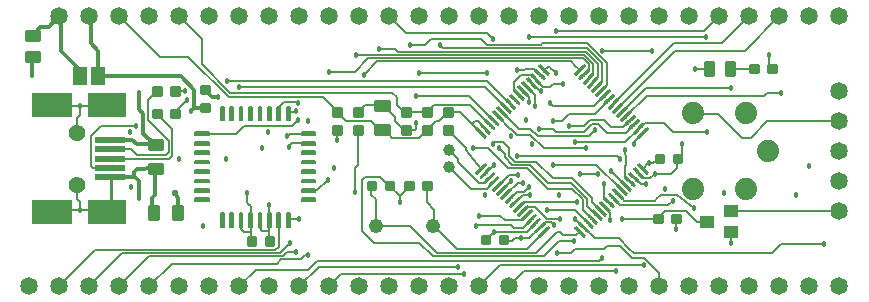
<source format=gtl>
G75*
%MOIN*%
%OFA0B0*%
%FSLAX24Y24*%
%IPPOS*%
%LPD*%
%AMOC8*
5,1,8,0,0,1.08239X$1,22.5*
%
%ADD10C,0.0059*%
%ADD11C,0.0063*%
%ADD12C,0.0480*%
%ADD13C,0.0390*%
%ADD14C,0.0088*%
%ADD15C,0.0100*%
%ADD16R,0.1000X0.0200*%
%ADD17R,0.1378X0.0787*%
%ADD18R,0.1260X0.0787*%
%ADD19C,0.0561*%
%ADD20C,0.0585*%
%ADD21R,0.0450X0.0400*%
%ADD22C,0.0740*%
%ADD23R,0.0460X0.0630*%
%ADD24C,0.0050*%
%ADD25C,0.0180*%
%ADD26C,0.0080*%
%ADD27C,0.0120*%
%ADD28C,0.0210*%
D10*
X017264Y005485D02*
X017292Y005457D01*
X017000Y005165D01*
X016972Y005193D01*
X017264Y005485D01*
X017058Y005223D02*
X017002Y005223D01*
X017060Y005281D02*
X017116Y005281D01*
X017118Y005339D02*
X017174Y005339D01*
X017176Y005397D02*
X017232Y005397D01*
X017234Y005455D02*
X017290Y005455D01*
X017405Y005343D02*
X017433Y005315D01*
X017141Y005023D01*
X017113Y005051D01*
X017405Y005343D01*
X017199Y005081D02*
X017143Y005081D01*
X017201Y005139D02*
X017257Y005139D01*
X017259Y005197D02*
X017315Y005197D01*
X017317Y005255D02*
X017373Y005255D01*
X017375Y005313D02*
X017431Y005313D01*
X017547Y005202D02*
X017575Y005174D01*
X017283Y004882D01*
X017255Y004910D01*
X017547Y005202D01*
X017341Y004940D02*
X017285Y004940D01*
X017343Y004998D02*
X017399Y004998D01*
X017401Y005056D02*
X017457Y005056D01*
X017459Y005114D02*
X017515Y005114D01*
X017517Y005172D02*
X017573Y005172D01*
X017681Y005068D02*
X017709Y005040D01*
X017417Y004748D01*
X017389Y004776D01*
X017681Y005068D01*
X017475Y004806D02*
X017419Y004806D01*
X017477Y004864D02*
X017533Y004864D01*
X017535Y004922D02*
X017591Y004922D01*
X017593Y004980D02*
X017649Y004980D01*
X017651Y005038D02*
X017707Y005038D01*
X017822Y004926D02*
X017850Y004898D01*
X017558Y004606D01*
X017530Y004634D01*
X017822Y004926D01*
X017616Y004664D02*
X017560Y004664D01*
X017618Y004722D02*
X017674Y004722D01*
X017676Y004780D02*
X017732Y004780D01*
X017734Y004838D02*
X017790Y004838D01*
X017792Y004896D02*
X017848Y004896D01*
X017964Y004785D02*
X017992Y004757D01*
X017700Y004465D01*
X017672Y004493D01*
X017964Y004785D01*
X017758Y004523D02*
X017702Y004523D01*
X017760Y004581D02*
X017816Y004581D01*
X017818Y004639D02*
X017874Y004639D01*
X017876Y004697D02*
X017932Y004697D01*
X017934Y004755D02*
X017990Y004755D01*
X018098Y004650D02*
X018126Y004622D01*
X017834Y004330D01*
X017806Y004358D01*
X018098Y004650D01*
X017892Y004388D02*
X017836Y004388D01*
X017894Y004446D02*
X017950Y004446D01*
X017952Y004504D02*
X018008Y004504D01*
X018010Y004562D02*
X018066Y004562D01*
X018068Y004620D02*
X018124Y004620D01*
X018240Y004509D02*
X018268Y004481D01*
X017976Y004189D01*
X017948Y004217D01*
X018240Y004509D01*
X018034Y004247D02*
X017978Y004247D01*
X018036Y004305D02*
X018092Y004305D01*
X018094Y004363D02*
X018150Y004363D01*
X018152Y004421D02*
X018208Y004421D01*
X018210Y004479D02*
X018266Y004479D01*
X018381Y004368D02*
X018409Y004340D01*
X018117Y004048D01*
X018089Y004076D01*
X018381Y004368D01*
X018175Y004106D02*
X018119Y004106D01*
X018177Y004164D02*
X018233Y004164D01*
X018235Y004222D02*
X018291Y004222D01*
X018293Y004280D02*
X018349Y004280D01*
X018351Y004338D02*
X018407Y004338D01*
X018522Y004226D02*
X018550Y004198D01*
X018258Y003906D01*
X018230Y003934D01*
X018522Y004226D01*
X018316Y003964D02*
X018260Y003964D01*
X018318Y004022D02*
X018374Y004022D01*
X018376Y004080D02*
X018432Y004080D01*
X018434Y004138D02*
X018490Y004138D01*
X018492Y004196D02*
X018548Y004196D01*
X018657Y004092D02*
X018685Y004064D01*
X018393Y003772D01*
X018365Y003800D01*
X018657Y004092D01*
X018451Y003830D02*
X018395Y003830D01*
X018453Y003888D02*
X018509Y003888D01*
X018511Y003946D02*
X018567Y003946D01*
X018569Y004004D02*
X018625Y004004D01*
X018627Y004062D02*
X018683Y004062D01*
X018798Y003950D02*
X018826Y003922D01*
X018534Y003630D01*
X018506Y003658D01*
X018798Y003950D01*
X018592Y003688D02*
X018536Y003688D01*
X018594Y003746D02*
X018650Y003746D01*
X018652Y003804D02*
X018708Y003804D01*
X018710Y003862D02*
X018766Y003862D01*
X018768Y003920D02*
X018824Y003920D01*
X018940Y003809D02*
X018968Y003781D01*
X018676Y003489D01*
X018648Y003517D01*
X018940Y003809D01*
X018734Y003547D02*
X018678Y003547D01*
X018736Y003605D02*
X018792Y003605D01*
X018794Y003663D02*
X018850Y003663D01*
X018852Y003721D02*
X018908Y003721D01*
X018910Y003779D02*
X018966Y003779D01*
X019074Y003675D02*
X019102Y003647D01*
X018810Y003355D01*
X018782Y003383D01*
X019074Y003675D01*
X018868Y003413D02*
X018812Y003413D01*
X018870Y003471D02*
X018926Y003471D01*
X018928Y003529D02*
X018984Y003529D01*
X018986Y003587D02*
X019042Y003587D01*
X019044Y003645D02*
X019100Y003645D01*
X019215Y003533D02*
X019243Y003505D01*
X018951Y003213D01*
X018923Y003241D01*
X019215Y003533D01*
X019009Y003271D02*
X018953Y003271D01*
X019011Y003329D02*
X019067Y003329D01*
X019069Y003387D02*
X019125Y003387D01*
X019127Y003445D02*
X019183Y003445D01*
X019185Y003503D02*
X019241Y003503D01*
X019357Y003392D02*
X019385Y003364D01*
X019093Y003072D01*
X019065Y003100D01*
X019357Y003392D01*
X019151Y003130D02*
X019095Y003130D01*
X019153Y003188D02*
X019209Y003188D01*
X019211Y003246D02*
X019267Y003246D01*
X019269Y003304D02*
X019325Y003304D01*
X019327Y003362D02*
X019383Y003362D01*
X020265Y003364D02*
X020293Y003392D01*
X020585Y003100D01*
X020557Y003072D01*
X020265Y003364D01*
X020499Y003130D02*
X020555Y003130D01*
X020497Y003188D02*
X020441Y003188D01*
X020439Y003246D02*
X020383Y003246D01*
X020381Y003304D02*
X020325Y003304D01*
X020323Y003362D02*
X020267Y003362D01*
X020407Y003505D02*
X020435Y003533D01*
X020727Y003241D01*
X020699Y003213D01*
X020407Y003505D01*
X020641Y003271D02*
X020697Y003271D01*
X020639Y003329D02*
X020583Y003329D01*
X020581Y003387D02*
X020525Y003387D01*
X020523Y003445D02*
X020467Y003445D01*
X020465Y003503D02*
X020409Y003503D01*
X020548Y003647D02*
X020576Y003675D01*
X020868Y003383D01*
X020840Y003355D01*
X020548Y003647D01*
X020782Y003413D02*
X020838Y003413D01*
X020780Y003471D02*
X020724Y003471D01*
X020722Y003529D02*
X020666Y003529D01*
X020664Y003587D02*
X020608Y003587D01*
X020606Y003645D02*
X020550Y003645D01*
X020682Y003781D02*
X020710Y003809D01*
X021002Y003517D01*
X020974Y003489D01*
X020682Y003781D01*
X020916Y003547D02*
X020972Y003547D01*
X020914Y003605D02*
X020858Y003605D01*
X020856Y003663D02*
X020800Y003663D01*
X020798Y003721D02*
X020742Y003721D01*
X020740Y003779D02*
X020684Y003779D01*
X020824Y003922D02*
X020852Y003950D01*
X021144Y003658D01*
X021116Y003630D01*
X020824Y003922D01*
X021058Y003688D02*
X021114Y003688D01*
X021056Y003746D02*
X021000Y003746D01*
X020998Y003804D02*
X020942Y003804D01*
X020940Y003862D02*
X020884Y003862D01*
X020882Y003920D02*
X020826Y003920D01*
X020965Y004064D02*
X020993Y004092D01*
X021285Y003800D01*
X021257Y003772D01*
X020965Y004064D01*
X021199Y003830D02*
X021255Y003830D01*
X021197Y003888D02*
X021141Y003888D01*
X021139Y003946D02*
X021083Y003946D01*
X021081Y004004D02*
X021025Y004004D01*
X021023Y004062D02*
X020967Y004062D01*
X021100Y004198D02*
X021128Y004226D01*
X021420Y003934D01*
X021392Y003906D01*
X021100Y004198D01*
X021334Y003964D02*
X021390Y003964D01*
X021332Y004022D02*
X021276Y004022D01*
X021274Y004080D02*
X021218Y004080D01*
X021216Y004138D02*
X021160Y004138D01*
X021158Y004196D02*
X021102Y004196D01*
X021241Y004340D02*
X021269Y004368D01*
X021561Y004076D01*
X021533Y004048D01*
X021241Y004340D01*
X021475Y004106D02*
X021531Y004106D01*
X021473Y004164D02*
X021417Y004164D01*
X021415Y004222D02*
X021359Y004222D01*
X021357Y004280D02*
X021301Y004280D01*
X021299Y004338D02*
X021243Y004338D01*
X021382Y004481D02*
X021410Y004509D01*
X021702Y004217D01*
X021674Y004189D01*
X021382Y004481D01*
X021616Y004247D02*
X021672Y004247D01*
X021614Y004305D02*
X021558Y004305D01*
X021556Y004363D02*
X021500Y004363D01*
X021498Y004421D02*
X021442Y004421D01*
X021440Y004479D02*
X021384Y004479D01*
X021524Y004622D02*
X021552Y004650D01*
X021844Y004358D01*
X021816Y004330D01*
X021524Y004622D01*
X021758Y004388D02*
X021814Y004388D01*
X021756Y004446D02*
X021700Y004446D01*
X021698Y004504D02*
X021642Y004504D01*
X021640Y004562D02*
X021584Y004562D01*
X021582Y004620D02*
X021526Y004620D01*
X021658Y004757D02*
X021686Y004785D01*
X021978Y004493D01*
X021950Y004465D01*
X021658Y004757D01*
X021892Y004523D02*
X021948Y004523D01*
X021890Y004581D02*
X021834Y004581D01*
X021832Y004639D02*
X021776Y004639D01*
X021774Y004697D02*
X021718Y004697D01*
X021716Y004755D02*
X021660Y004755D01*
X021800Y004898D02*
X021828Y004926D01*
X022120Y004634D01*
X022092Y004606D01*
X021800Y004898D01*
X022034Y004664D02*
X022090Y004664D01*
X022032Y004722D02*
X021976Y004722D01*
X021974Y004780D02*
X021918Y004780D01*
X021916Y004838D02*
X021860Y004838D01*
X021858Y004896D02*
X021802Y004896D01*
X021941Y005040D02*
X021969Y005068D01*
X022261Y004776D01*
X022233Y004748D01*
X021941Y005040D01*
X022175Y004806D02*
X022231Y004806D01*
X022173Y004864D02*
X022117Y004864D01*
X022115Y004922D02*
X022059Y004922D01*
X022057Y004980D02*
X022001Y004980D01*
X021999Y005038D02*
X021943Y005038D01*
X022075Y005174D02*
X022103Y005202D01*
X022395Y004910D01*
X022367Y004882D01*
X022075Y005174D01*
X022309Y004940D02*
X022365Y004940D01*
X022307Y004998D02*
X022251Y004998D01*
X022249Y005056D02*
X022193Y005056D01*
X022191Y005114D02*
X022135Y005114D01*
X022133Y005172D02*
X022077Y005172D01*
X022217Y005315D02*
X022245Y005343D01*
X022537Y005051D01*
X022509Y005023D01*
X022217Y005315D01*
X022451Y005081D02*
X022507Y005081D01*
X022449Y005139D02*
X022393Y005139D01*
X022391Y005197D02*
X022335Y005197D01*
X022333Y005255D02*
X022277Y005255D01*
X022275Y005313D02*
X022219Y005313D01*
X022358Y005457D02*
X022386Y005485D01*
X022678Y005193D01*
X022650Y005165D01*
X022358Y005457D01*
X022592Y005223D02*
X022648Y005223D01*
X022590Y005281D02*
X022534Y005281D01*
X022532Y005339D02*
X022476Y005339D01*
X022474Y005397D02*
X022418Y005397D01*
X022416Y005455D02*
X022360Y005455D01*
X022678Y006657D02*
X022650Y006685D01*
X022678Y006657D02*
X022386Y006365D01*
X022358Y006393D01*
X022650Y006685D01*
X022444Y006423D02*
X022388Y006423D01*
X022446Y006481D02*
X022502Y006481D01*
X022504Y006539D02*
X022560Y006539D01*
X022562Y006597D02*
X022618Y006597D01*
X022620Y006655D02*
X022676Y006655D01*
X022537Y006799D02*
X022509Y006827D01*
X022537Y006799D02*
X022245Y006507D01*
X022217Y006535D01*
X022509Y006827D01*
X022303Y006565D02*
X022247Y006565D01*
X022305Y006623D02*
X022361Y006623D01*
X022363Y006681D02*
X022419Y006681D01*
X022421Y006739D02*
X022477Y006739D01*
X022479Y006797D02*
X022535Y006797D01*
X022395Y006940D02*
X022367Y006968D01*
X022395Y006940D02*
X022103Y006648D01*
X022075Y006676D01*
X022367Y006968D01*
X022161Y006706D02*
X022105Y006706D01*
X022163Y006764D02*
X022219Y006764D01*
X022221Y006822D02*
X022277Y006822D01*
X022279Y006880D02*
X022335Y006880D01*
X022337Y006938D02*
X022393Y006938D01*
X022261Y007074D02*
X022233Y007102D01*
X022261Y007074D02*
X021969Y006782D01*
X021941Y006810D01*
X022233Y007102D01*
X022027Y006840D02*
X021971Y006840D01*
X022029Y006898D02*
X022085Y006898D01*
X022087Y006956D02*
X022143Y006956D01*
X022145Y007014D02*
X022201Y007014D01*
X022203Y007072D02*
X022259Y007072D01*
X022120Y007216D02*
X022092Y007244D01*
X022120Y007216D02*
X021828Y006924D01*
X021800Y006952D01*
X022092Y007244D01*
X021886Y006982D02*
X021830Y006982D01*
X021888Y007040D02*
X021944Y007040D01*
X021946Y007098D02*
X022002Y007098D01*
X022004Y007156D02*
X022060Y007156D01*
X022062Y007214D02*
X022118Y007214D01*
X021978Y007357D02*
X021950Y007385D01*
X021978Y007357D02*
X021686Y007065D01*
X021658Y007093D01*
X021950Y007385D01*
X021744Y007123D02*
X021688Y007123D01*
X021746Y007181D02*
X021802Y007181D01*
X021804Y007239D02*
X021860Y007239D01*
X021862Y007297D02*
X021918Y007297D01*
X021920Y007355D02*
X021976Y007355D01*
X021844Y007492D02*
X021816Y007520D01*
X021844Y007492D02*
X021552Y007200D01*
X021524Y007228D01*
X021816Y007520D01*
X021610Y007258D02*
X021554Y007258D01*
X021612Y007316D02*
X021668Y007316D01*
X021670Y007374D02*
X021726Y007374D01*
X021728Y007432D02*
X021784Y007432D01*
X021786Y007490D02*
X021842Y007490D01*
X021702Y007633D02*
X021674Y007661D01*
X021702Y007633D02*
X021410Y007341D01*
X021382Y007369D01*
X021674Y007661D01*
X021468Y007399D02*
X021412Y007399D01*
X021470Y007457D02*
X021526Y007457D01*
X021528Y007515D02*
X021584Y007515D01*
X021586Y007573D02*
X021642Y007573D01*
X021644Y007631D02*
X021700Y007631D01*
X021561Y007774D02*
X021533Y007802D01*
X021561Y007774D02*
X021269Y007482D01*
X021241Y007510D01*
X021533Y007802D01*
X021327Y007540D02*
X021271Y007540D01*
X021329Y007598D02*
X021385Y007598D01*
X021387Y007656D02*
X021443Y007656D01*
X021445Y007714D02*
X021501Y007714D01*
X021503Y007772D02*
X021559Y007772D01*
X021420Y007916D02*
X021392Y007944D01*
X021420Y007916D02*
X021128Y007624D01*
X021100Y007652D01*
X021392Y007944D01*
X021186Y007682D02*
X021130Y007682D01*
X021188Y007740D02*
X021244Y007740D01*
X021246Y007798D02*
X021302Y007798D01*
X021304Y007856D02*
X021360Y007856D01*
X021362Y007914D02*
X021418Y007914D01*
X021285Y008050D02*
X021257Y008078D01*
X021285Y008050D02*
X020993Y007758D01*
X020965Y007786D01*
X021257Y008078D01*
X021051Y007816D02*
X020995Y007816D01*
X021053Y007874D02*
X021109Y007874D01*
X021111Y007932D02*
X021167Y007932D01*
X021169Y007990D02*
X021225Y007990D01*
X021227Y008048D02*
X021283Y008048D01*
X021144Y008192D02*
X021116Y008220D01*
X021144Y008192D02*
X020852Y007900D01*
X020824Y007928D01*
X021116Y008220D01*
X020910Y007958D02*
X020854Y007958D01*
X020912Y008016D02*
X020968Y008016D01*
X020970Y008074D02*
X021026Y008074D01*
X021028Y008132D02*
X021084Y008132D01*
X021086Y008190D02*
X021142Y008190D01*
X021002Y008333D02*
X020974Y008361D01*
X021002Y008333D02*
X020710Y008041D01*
X020682Y008069D01*
X020974Y008361D01*
X020768Y008099D02*
X020712Y008099D01*
X020770Y008157D02*
X020826Y008157D01*
X020828Y008215D02*
X020884Y008215D01*
X020886Y008273D02*
X020942Y008273D01*
X020944Y008331D02*
X021000Y008331D01*
X020868Y008467D02*
X020840Y008495D01*
X020868Y008467D02*
X020576Y008175D01*
X020548Y008203D01*
X020840Y008495D01*
X020634Y008233D02*
X020578Y008233D01*
X020636Y008291D02*
X020692Y008291D01*
X020694Y008349D02*
X020750Y008349D01*
X020752Y008407D02*
X020808Y008407D01*
X020810Y008465D02*
X020866Y008465D01*
X020727Y008609D02*
X020699Y008637D01*
X020727Y008609D02*
X020435Y008317D01*
X020407Y008345D01*
X020699Y008637D01*
X020493Y008375D02*
X020437Y008375D01*
X020495Y008433D02*
X020551Y008433D01*
X020553Y008491D02*
X020609Y008491D01*
X020611Y008549D02*
X020667Y008549D01*
X020669Y008607D02*
X020725Y008607D01*
X020585Y008750D02*
X020557Y008778D01*
X020585Y008750D02*
X020293Y008458D01*
X020265Y008486D01*
X020557Y008778D01*
X020351Y008516D02*
X020295Y008516D01*
X020353Y008574D02*
X020409Y008574D01*
X020411Y008632D02*
X020467Y008632D01*
X020469Y008690D02*
X020525Y008690D01*
X020527Y008748D02*
X020583Y008748D01*
X019093Y008778D02*
X019065Y008750D01*
X019093Y008778D02*
X019385Y008486D01*
X019357Y008458D01*
X019065Y008750D01*
X019299Y008516D02*
X019355Y008516D01*
X019297Y008574D02*
X019241Y008574D01*
X019239Y008632D02*
X019183Y008632D01*
X019181Y008690D02*
X019125Y008690D01*
X019123Y008748D02*
X019067Y008748D01*
X018951Y008637D02*
X018923Y008609D01*
X018951Y008637D02*
X019243Y008345D01*
X019215Y008317D01*
X018923Y008609D01*
X019157Y008375D02*
X019213Y008375D01*
X019155Y008433D02*
X019099Y008433D01*
X019097Y008491D02*
X019041Y008491D01*
X019039Y008549D02*
X018983Y008549D01*
X018981Y008607D02*
X018925Y008607D01*
X018810Y008495D02*
X018782Y008467D01*
X018810Y008495D02*
X019102Y008203D01*
X019074Y008175D01*
X018782Y008467D01*
X019016Y008233D02*
X019072Y008233D01*
X019014Y008291D02*
X018958Y008291D01*
X018956Y008349D02*
X018900Y008349D01*
X018898Y008407D02*
X018842Y008407D01*
X018840Y008465D02*
X018784Y008465D01*
X018676Y008361D02*
X018648Y008333D01*
X018676Y008361D02*
X018968Y008069D01*
X018940Y008041D01*
X018648Y008333D01*
X018882Y008099D02*
X018938Y008099D01*
X018880Y008157D02*
X018824Y008157D01*
X018822Y008215D02*
X018766Y008215D01*
X018764Y008273D02*
X018708Y008273D01*
X018706Y008331D02*
X018650Y008331D01*
X018534Y008220D02*
X018506Y008192D01*
X018534Y008220D02*
X018826Y007928D01*
X018798Y007900D01*
X018506Y008192D01*
X018740Y007958D02*
X018796Y007958D01*
X018738Y008016D02*
X018682Y008016D01*
X018680Y008074D02*
X018624Y008074D01*
X018622Y008132D02*
X018566Y008132D01*
X018564Y008190D02*
X018508Y008190D01*
X018393Y008078D02*
X018365Y008050D01*
X018393Y008078D02*
X018685Y007786D01*
X018657Y007758D01*
X018365Y008050D01*
X018599Y007816D02*
X018655Y007816D01*
X018597Y007874D02*
X018541Y007874D01*
X018539Y007932D02*
X018483Y007932D01*
X018481Y007990D02*
X018425Y007990D01*
X018423Y008048D02*
X018367Y008048D01*
X018258Y007944D02*
X018230Y007916D01*
X018258Y007944D02*
X018550Y007652D01*
X018522Y007624D01*
X018230Y007916D01*
X018464Y007682D02*
X018520Y007682D01*
X018462Y007740D02*
X018406Y007740D01*
X018404Y007798D02*
X018348Y007798D01*
X018346Y007856D02*
X018290Y007856D01*
X018288Y007914D02*
X018232Y007914D01*
X018117Y007802D02*
X018089Y007774D01*
X018117Y007802D02*
X018409Y007510D01*
X018381Y007482D01*
X018089Y007774D01*
X018323Y007540D02*
X018379Y007540D01*
X018321Y007598D02*
X018265Y007598D01*
X018263Y007656D02*
X018207Y007656D01*
X018205Y007714D02*
X018149Y007714D01*
X018147Y007772D02*
X018091Y007772D01*
X017976Y007661D02*
X017948Y007633D01*
X017976Y007661D02*
X018268Y007369D01*
X018240Y007341D01*
X017948Y007633D01*
X018182Y007399D02*
X018238Y007399D01*
X018180Y007457D02*
X018124Y007457D01*
X018122Y007515D02*
X018066Y007515D01*
X018064Y007573D02*
X018008Y007573D01*
X018006Y007631D02*
X017950Y007631D01*
X017834Y007520D02*
X017806Y007492D01*
X017834Y007520D02*
X018126Y007228D01*
X018098Y007200D01*
X017806Y007492D01*
X018040Y007258D02*
X018096Y007258D01*
X018038Y007316D02*
X017982Y007316D01*
X017980Y007374D02*
X017924Y007374D01*
X017922Y007432D02*
X017866Y007432D01*
X017864Y007490D02*
X017808Y007490D01*
X017700Y007385D02*
X017672Y007357D01*
X017700Y007385D02*
X017992Y007093D01*
X017964Y007065D01*
X017672Y007357D01*
X017906Y007123D02*
X017962Y007123D01*
X017904Y007181D02*
X017848Y007181D01*
X017846Y007239D02*
X017790Y007239D01*
X017788Y007297D02*
X017732Y007297D01*
X017730Y007355D02*
X017674Y007355D01*
X017558Y007244D02*
X017530Y007216D01*
X017558Y007244D02*
X017850Y006952D01*
X017822Y006924D01*
X017530Y007216D01*
X017764Y006982D02*
X017820Y006982D01*
X017762Y007040D02*
X017706Y007040D01*
X017704Y007098D02*
X017648Y007098D01*
X017646Y007156D02*
X017590Y007156D01*
X017588Y007214D02*
X017532Y007214D01*
X017417Y007102D02*
X017389Y007074D01*
X017417Y007102D02*
X017709Y006810D01*
X017681Y006782D01*
X017389Y007074D01*
X017623Y006840D02*
X017679Y006840D01*
X017621Y006898D02*
X017565Y006898D01*
X017563Y006956D02*
X017507Y006956D01*
X017505Y007014D02*
X017449Y007014D01*
X017447Y007072D02*
X017391Y007072D01*
X017283Y006968D02*
X017255Y006940D01*
X017283Y006968D02*
X017575Y006676D01*
X017547Y006648D01*
X017255Y006940D01*
X017489Y006706D02*
X017545Y006706D01*
X017487Y006764D02*
X017431Y006764D01*
X017429Y006822D02*
X017373Y006822D01*
X017371Y006880D02*
X017315Y006880D01*
X017313Y006938D02*
X017257Y006938D01*
X017141Y006827D02*
X017113Y006799D01*
X017141Y006827D02*
X017433Y006535D01*
X017405Y006507D01*
X017113Y006799D01*
X017347Y006565D02*
X017403Y006565D01*
X017345Y006623D02*
X017289Y006623D01*
X017287Y006681D02*
X017231Y006681D01*
X017229Y006739D02*
X017173Y006739D01*
X017171Y006797D02*
X017115Y006797D01*
X017000Y006685D02*
X016972Y006657D01*
X017000Y006685D02*
X017292Y006393D01*
X017264Y006365D01*
X016972Y006657D01*
X017206Y006423D02*
X017262Y006423D01*
X017204Y006481D02*
X017148Y006481D01*
X017146Y006539D02*
X017090Y006539D01*
X017088Y006597D02*
X017032Y006597D01*
X017030Y006655D02*
X016974Y006655D01*
D11*
X011594Y006549D02*
X011594Y006455D01*
X011144Y006455D01*
X011144Y006549D01*
X011594Y006549D01*
X011594Y006517D02*
X011144Y006517D01*
X011594Y006234D02*
X011594Y006140D01*
X011144Y006140D01*
X011144Y006234D01*
X011594Y006234D01*
X011594Y006202D02*
X011144Y006202D01*
X011594Y005919D02*
X011594Y005825D01*
X011144Y005825D01*
X011144Y005919D01*
X011594Y005919D01*
X011594Y005887D02*
X011144Y005887D01*
X011594Y005604D02*
X011594Y005510D01*
X011144Y005510D01*
X011144Y005604D01*
X011594Y005604D01*
X011594Y005572D02*
X011144Y005572D01*
X011594Y005290D02*
X011594Y005196D01*
X011144Y005196D01*
X011144Y005290D01*
X011594Y005290D01*
X011594Y005258D02*
X011144Y005258D01*
X011594Y004975D02*
X011594Y004881D01*
X011144Y004881D01*
X011144Y004975D01*
X011594Y004975D01*
X011594Y004943D02*
X011144Y004943D01*
X011594Y004660D02*
X011594Y004566D01*
X011144Y004566D01*
X011144Y004660D01*
X011594Y004660D01*
X011594Y004628D02*
X011144Y004628D01*
X011594Y004345D02*
X011594Y004251D01*
X011144Y004251D01*
X011144Y004345D01*
X011594Y004345D01*
X011594Y004313D02*
X011144Y004313D01*
X010749Y003856D02*
X010655Y003856D01*
X010749Y003856D02*
X010749Y003406D01*
X010655Y003406D01*
X010655Y003856D01*
X010655Y003468D02*
X010749Y003468D01*
X010749Y003530D02*
X010655Y003530D01*
X010655Y003592D02*
X010749Y003592D01*
X010749Y003654D02*
X010655Y003654D01*
X010655Y003716D02*
X010749Y003716D01*
X010749Y003778D02*
X010655Y003778D01*
X010655Y003840D02*
X010749Y003840D01*
X010434Y003856D02*
X010340Y003856D01*
X010434Y003856D02*
X010434Y003406D01*
X010340Y003406D01*
X010340Y003856D01*
X010340Y003468D02*
X010434Y003468D01*
X010434Y003530D02*
X010340Y003530D01*
X010340Y003592D02*
X010434Y003592D01*
X010434Y003654D02*
X010340Y003654D01*
X010340Y003716D02*
X010434Y003716D01*
X010434Y003778D02*
X010340Y003778D01*
X010340Y003840D02*
X010434Y003840D01*
X010119Y003856D02*
X010025Y003856D01*
X010119Y003856D02*
X010119Y003406D01*
X010025Y003406D01*
X010025Y003856D01*
X010025Y003468D02*
X010119Y003468D01*
X010119Y003530D02*
X010025Y003530D01*
X010025Y003592D02*
X010119Y003592D01*
X010119Y003654D02*
X010025Y003654D01*
X010025Y003716D02*
X010119Y003716D01*
X010119Y003778D02*
X010025Y003778D01*
X010025Y003840D02*
X010119Y003840D01*
X009804Y003856D02*
X009710Y003856D01*
X009804Y003856D02*
X009804Y003406D01*
X009710Y003406D01*
X009710Y003856D01*
X009710Y003468D02*
X009804Y003468D01*
X009804Y003530D02*
X009710Y003530D01*
X009710Y003592D02*
X009804Y003592D01*
X009804Y003654D02*
X009710Y003654D01*
X009710Y003716D02*
X009804Y003716D01*
X009804Y003778D02*
X009710Y003778D01*
X009710Y003840D02*
X009804Y003840D01*
X009490Y003856D02*
X009396Y003856D01*
X009490Y003856D02*
X009490Y003406D01*
X009396Y003406D01*
X009396Y003856D01*
X009396Y003468D02*
X009490Y003468D01*
X009490Y003530D02*
X009396Y003530D01*
X009396Y003592D02*
X009490Y003592D01*
X009490Y003654D02*
X009396Y003654D01*
X009396Y003716D02*
X009490Y003716D01*
X009490Y003778D02*
X009396Y003778D01*
X009396Y003840D02*
X009490Y003840D01*
X009175Y003856D02*
X009081Y003856D01*
X009175Y003856D02*
X009175Y003406D01*
X009081Y003406D01*
X009081Y003856D01*
X009081Y003468D02*
X009175Y003468D01*
X009175Y003530D02*
X009081Y003530D01*
X009081Y003592D02*
X009175Y003592D01*
X009175Y003654D02*
X009081Y003654D01*
X009081Y003716D02*
X009175Y003716D01*
X009175Y003778D02*
X009081Y003778D01*
X009081Y003840D02*
X009175Y003840D01*
X008860Y003856D02*
X008766Y003856D01*
X008860Y003856D02*
X008860Y003406D01*
X008766Y003406D01*
X008766Y003856D01*
X008766Y003468D02*
X008860Y003468D01*
X008860Y003530D02*
X008766Y003530D01*
X008766Y003592D02*
X008860Y003592D01*
X008860Y003654D02*
X008766Y003654D01*
X008766Y003716D02*
X008860Y003716D01*
X008860Y003778D02*
X008766Y003778D01*
X008766Y003840D02*
X008860Y003840D01*
X008545Y003856D02*
X008451Y003856D01*
X008545Y003856D02*
X008545Y003406D01*
X008451Y003406D01*
X008451Y003856D01*
X008451Y003468D02*
X008545Y003468D01*
X008545Y003530D02*
X008451Y003530D01*
X008451Y003592D02*
X008545Y003592D01*
X008545Y003654D02*
X008451Y003654D01*
X008451Y003716D02*
X008545Y003716D01*
X008545Y003778D02*
X008451Y003778D01*
X008451Y003840D02*
X008545Y003840D01*
X008056Y004251D02*
X008056Y004345D01*
X008056Y004251D02*
X007606Y004251D01*
X007606Y004345D01*
X008056Y004345D01*
X008056Y004313D02*
X007606Y004313D01*
X008056Y004566D02*
X008056Y004660D01*
X008056Y004566D02*
X007606Y004566D01*
X007606Y004660D01*
X008056Y004660D01*
X008056Y004628D02*
X007606Y004628D01*
X008056Y004881D02*
X008056Y004975D01*
X008056Y004881D02*
X007606Y004881D01*
X007606Y004975D01*
X008056Y004975D01*
X008056Y004943D02*
X007606Y004943D01*
X008056Y005196D02*
X008056Y005290D01*
X008056Y005196D02*
X007606Y005196D01*
X007606Y005290D01*
X008056Y005290D01*
X008056Y005258D02*
X007606Y005258D01*
X008056Y005510D02*
X008056Y005604D01*
X008056Y005510D02*
X007606Y005510D01*
X007606Y005604D01*
X008056Y005604D01*
X008056Y005572D02*
X007606Y005572D01*
X008056Y005825D02*
X008056Y005919D01*
X008056Y005825D02*
X007606Y005825D01*
X007606Y005919D01*
X008056Y005919D01*
X008056Y005887D02*
X007606Y005887D01*
X008056Y006140D02*
X008056Y006234D01*
X008056Y006140D02*
X007606Y006140D01*
X007606Y006234D01*
X008056Y006234D01*
X008056Y006202D02*
X007606Y006202D01*
X008056Y006455D02*
X008056Y006549D01*
X008056Y006455D02*
X007606Y006455D01*
X007606Y006549D01*
X008056Y006549D01*
X008056Y006517D02*
X007606Y006517D01*
X008451Y007394D02*
X008545Y007394D01*
X008545Y006944D01*
X008451Y006944D01*
X008451Y007394D01*
X008451Y007006D02*
X008545Y007006D01*
X008545Y007068D02*
X008451Y007068D01*
X008451Y007130D02*
X008545Y007130D01*
X008545Y007192D02*
X008451Y007192D01*
X008451Y007254D02*
X008545Y007254D01*
X008545Y007316D02*
X008451Y007316D01*
X008451Y007378D02*
X008545Y007378D01*
X008766Y007394D02*
X008860Y007394D01*
X008860Y006944D01*
X008766Y006944D01*
X008766Y007394D01*
X008766Y007006D02*
X008860Y007006D01*
X008860Y007068D02*
X008766Y007068D01*
X008766Y007130D02*
X008860Y007130D01*
X008860Y007192D02*
X008766Y007192D01*
X008766Y007254D02*
X008860Y007254D01*
X008860Y007316D02*
X008766Y007316D01*
X008766Y007378D02*
X008860Y007378D01*
X009081Y007394D02*
X009175Y007394D01*
X009175Y006944D01*
X009081Y006944D01*
X009081Y007394D01*
X009081Y007006D02*
X009175Y007006D01*
X009175Y007068D02*
X009081Y007068D01*
X009081Y007130D02*
X009175Y007130D01*
X009175Y007192D02*
X009081Y007192D01*
X009081Y007254D02*
X009175Y007254D01*
X009175Y007316D02*
X009081Y007316D01*
X009081Y007378D02*
X009175Y007378D01*
X009396Y007394D02*
X009490Y007394D01*
X009490Y006944D01*
X009396Y006944D01*
X009396Y007394D01*
X009396Y007006D02*
X009490Y007006D01*
X009490Y007068D02*
X009396Y007068D01*
X009396Y007130D02*
X009490Y007130D01*
X009490Y007192D02*
X009396Y007192D01*
X009396Y007254D02*
X009490Y007254D01*
X009490Y007316D02*
X009396Y007316D01*
X009396Y007378D02*
X009490Y007378D01*
X009710Y007394D02*
X009804Y007394D01*
X009804Y006944D01*
X009710Y006944D01*
X009710Y007394D01*
X009710Y007006D02*
X009804Y007006D01*
X009804Y007068D02*
X009710Y007068D01*
X009710Y007130D02*
X009804Y007130D01*
X009804Y007192D02*
X009710Y007192D01*
X009710Y007254D02*
X009804Y007254D01*
X009804Y007316D02*
X009710Y007316D01*
X009710Y007378D02*
X009804Y007378D01*
X010025Y007394D02*
X010119Y007394D01*
X010119Y006944D01*
X010025Y006944D01*
X010025Y007394D01*
X010025Y007006D02*
X010119Y007006D01*
X010119Y007068D02*
X010025Y007068D01*
X010025Y007130D02*
X010119Y007130D01*
X010119Y007192D02*
X010025Y007192D01*
X010025Y007254D02*
X010119Y007254D01*
X010119Y007316D02*
X010025Y007316D01*
X010025Y007378D02*
X010119Y007378D01*
X010340Y007394D02*
X010434Y007394D01*
X010434Y006944D01*
X010340Y006944D01*
X010340Y007394D01*
X010340Y007006D02*
X010434Y007006D01*
X010434Y007068D02*
X010340Y007068D01*
X010340Y007130D02*
X010434Y007130D01*
X010434Y007192D02*
X010340Y007192D01*
X010340Y007254D02*
X010434Y007254D01*
X010434Y007316D02*
X010340Y007316D01*
X010340Y007378D02*
X010434Y007378D01*
X010655Y007394D02*
X010749Y007394D01*
X010749Y006944D01*
X010655Y006944D01*
X010655Y007394D01*
X010655Y007006D02*
X010749Y007006D01*
X010749Y007068D02*
X010655Y007068D01*
X010655Y007130D02*
X010749Y007130D01*
X010749Y007192D02*
X010655Y007192D01*
X010655Y007254D02*
X010749Y007254D01*
X010749Y007316D02*
X010655Y007316D01*
X010655Y007378D02*
X010749Y007378D01*
D12*
X013625Y003425D03*
X015525Y003425D03*
D13*
X016075Y005405D03*
X016075Y005945D03*
D14*
X016156Y006494D02*
X016156Y006756D01*
X016156Y006494D02*
X015894Y006494D01*
X015894Y006756D01*
X016156Y006756D01*
X016156Y006581D02*
X015894Y006581D01*
X015894Y006668D02*
X016156Y006668D01*
X016156Y006755D02*
X015894Y006755D01*
X015194Y006756D02*
X015194Y006494D01*
X015194Y006756D02*
X015456Y006756D01*
X015456Y006494D01*
X015194Y006494D01*
X015194Y006581D02*
X015456Y006581D01*
X015456Y006668D02*
X015194Y006668D01*
X015194Y006755D02*
X015456Y006755D01*
X014756Y006756D02*
X014756Y006494D01*
X014494Y006494D01*
X014494Y006756D01*
X014756Y006756D01*
X014756Y006581D02*
X014494Y006581D01*
X014494Y006668D02*
X014756Y006668D01*
X014756Y006755D02*
X014494Y006755D01*
X014756Y007094D02*
X014756Y007356D01*
X014756Y007094D02*
X014494Y007094D01*
X014494Y007356D01*
X014756Y007356D01*
X014756Y007181D02*
X014494Y007181D01*
X014494Y007268D02*
X014756Y007268D01*
X014756Y007355D02*
X014494Y007355D01*
X015194Y007356D02*
X015194Y007094D01*
X015194Y007356D02*
X015456Y007356D01*
X015456Y007094D01*
X015194Y007094D01*
X015194Y007181D02*
X015456Y007181D01*
X015456Y007268D02*
X015194Y007268D01*
X015194Y007355D02*
X015456Y007355D01*
X016156Y007356D02*
X016156Y007094D01*
X015894Y007094D01*
X015894Y007356D01*
X016156Y007356D01*
X016156Y007181D02*
X015894Y007181D01*
X015894Y007268D02*
X016156Y007268D01*
X016156Y007355D02*
X015894Y007355D01*
X012894Y007356D02*
X012894Y007094D01*
X012894Y007356D02*
X013156Y007356D01*
X013156Y007094D01*
X012894Y007094D01*
X012894Y007181D02*
X013156Y007181D01*
X013156Y007268D02*
X012894Y007268D01*
X012894Y007355D02*
X013156Y007355D01*
X012456Y007356D02*
X012456Y007094D01*
X012194Y007094D01*
X012194Y007356D01*
X012456Y007356D01*
X012456Y007181D02*
X012194Y007181D01*
X012194Y007268D02*
X012456Y007268D01*
X012456Y007355D02*
X012194Y007355D01*
X012456Y006756D02*
X012456Y006494D01*
X012194Y006494D01*
X012194Y006756D01*
X012456Y006756D01*
X012456Y006581D02*
X012194Y006581D01*
X012194Y006668D02*
X012456Y006668D01*
X012456Y006755D02*
X012194Y006755D01*
X012894Y006756D02*
X012894Y006494D01*
X012894Y006756D02*
X013156Y006756D01*
X013156Y006494D01*
X012894Y006494D01*
X012894Y006581D02*
X013156Y006581D01*
X013156Y006668D02*
X012894Y006668D01*
X012894Y006755D02*
X013156Y006755D01*
X013344Y004644D02*
X013606Y004644D01*
X013344Y004644D02*
X013344Y004906D01*
X013606Y004906D01*
X013606Y004644D01*
X013606Y004731D02*
X013344Y004731D01*
X013344Y004818D02*
X013606Y004818D01*
X013606Y004905D02*
X013344Y004905D01*
X013944Y004644D02*
X014206Y004644D01*
X013944Y004644D02*
X013944Y004906D01*
X014206Y004906D01*
X014206Y004644D01*
X014206Y004731D02*
X013944Y004731D01*
X013944Y004818D02*
X014206Y004818D01*
X014206Y004905D02*
X013944Y004905D01*
X014594Y004906D02*
X014856Y004906D01*
X014856Y004644D01*
X014594Y004644D01*
X014594Y004906D01*
X014594Y004731D02*
X014856Y004731D01*
X014856Y004818D02*
X014594Y004818D01*
X014594Y004905D02*
X014856Y004905D01*
X015194Y004906D02*
X015456Y004906D01*
X015456Y004644D01*
X015194Y004644D01*
X015194Y004906D01*
X015194Y004731D02*
X015456Y004731D01*
X015456Y004818D02*
X015194Y004818D01*
X015194Y004905D02*
X015456Y004905D01*
X017144Y002844D02*
X017406Y002844D01*
X017144Y002844D02*
X017144Y003106D01*
X017406Y003106D01*
X017406Y002844D01*
X017406Y002931D02*
X017144Y002931D01*
X017144Y003018D02*
X017406Y003018D01*
X017406Y003105D02*
X017144Y003105D01*
X017744Y002844D02*
X018006Y002844D01*
X017744Y002844D02*
X017744Y003106D01*
X018006Y003106D01*
X018006Y002844D01*
X018006Y002931D02*
X017744Y002931D01*
X017744Y003018D02*
X018006Y003018D01*
X018006Y003105D02*
X017744Y003105D01*
X022894Y003544D02*
X023156Y003544D01*
X022894Y003544D02*
X022894Y003806D01*
X023156Y003806D01*
X023156Y003544D01*
X023156Y003631D02*
X022894Y003631D01*
X022894Y003718D02*
X023156Y003718D01*
X023156Y003805D02*
X022894Y003805D01*
X023494Y003544D02*
X023756Y003544D01*
X023494Y003544D02*
X023494Y003806D01*
X023756Y003806D01*
X023756Y003544D01*
X023756Y003631D02*
X023494Y003631D01*
X023494Y003718D02*
X023756Y003718D01*
X023756Y003805D02*
X023494Y003805D01*
X023544Y005544D02*
X023806Y005544D01*
X023544Y005544D02*
X023544Y005806D01*
X023806Y005806D01*
X023806Y005544D01*
X023806Y005631D02*
X023544Y005631D01*
X023544Y005718D02*
X023806Y005718D01*
X023806Y005805D02*
X023544Y005805D01*
X023206Y005544D02*
X022944Y005544D01*
X022944Y005806D01*
X023206Y005806D01*
X023206Y005544D01*
X023206Y005631D02*
X022944Y005631D01*
X022944Y005718D02*
X023206Y005718D01*
X023206Y005805D02*
X022944Y005805D01*
X024594Y008469D02*
X024856Y008469D01*
X024594Y008469D02*
X024594Y008881D01*
X024856Y008881D01*
X024856Y008469D01*
X024856Y008556D02*
X024594Y008556D01*
X024594Y008643D02*
X024856Y008643D01*
X024856Y008730D02*
X024594Y008730D01*
X024594Y008817D02*
X024856Y008817D01*
X025294Y008469D02*
X025556Y008469D01*
X025294Y008469D02*
X025294Y008881D01*
X025556Y008881D01*
X025556Y008469D01*
X025556Y008556D02*
X025294Y008556D01*
X025294Y008643D02*
X025556Y008643D01*
X025556Y008730D02*
X025294Y008730D01*
X025294Y008817D02*
X025556Y008817D01*
X026094Y008806D02*
X026356Y008806D01*
X026356Y008544D01*
X026094Y008544D01*
X026094Y008806D01*
X026094Y008631D02*
X026356Y008631D01*
X026356Y008718D02*
X026094Y008718D01*
X026094Y008805D02*
X026356Y008805D01*
X026694Y008806D02*
X026956Y008806D01*
X026956Y008544D01*
X026694Y008544D01*
X026694Y008806D01*
X026694Y008631D02*
X026956Y008631D01*
X026956Y008718D02*
X026694Y008718D01*
X026694Y008805D02*
X026956Y008805D01*
X010206Y002794D02*
X009944Y002794D01*
X009944Y003056D01*
X010206Y003056D01*
X010206Y002794D01*
X010206Y002881D02*
X009944Y002881D01*
X009944Y002968D02*
X010206Y002968D01*
X010206Y003055D02*
X009944Y003055D01*
X009606Y002794D02*
X009344Y002794D01*
X009344Y003056D01*
X009606Y003056D01*
X009606Y002794D01*
X009606Y002881D02*
X009344Y002881D01*
X009344Y002968D02*
X009606Y002968D01*
X009606Y003055D02*
X009344Y003055D01*
X007056Y007044D02*
X006794Y007044D01*
X006794Y007306D01*
X007056Y007306D01*
X007056Y007044D01*
X007056Y007131D02*
X006794Y007131D01*
X006794Y007218D02*
X007056Y007218D01*
X007056Y007305D02*
X006794Y007305D01*
X006456Y007044D02*
X006194Y007044D01*
X006194Y007306D01*
X006456Y007306D01*
X006456Y007044D01*
X006456Y007131D02*
X006194Y007131D01*
X006194Y007218D02*
X006456Y007218D01*
X006456Y007305D02*
X006194Y007305D01*
X006194Y007794D02*
X006456Y007794D01*
X006194Y007794D02*
X006194Y008056D01*
X006456Y008056D01*
X006456Y007794D01*
X006456Y007881D02*
X006194Y007881D01*
X006194Y007968D02*
X006456Y007968D01*
X006456Y008055D02*
X006194Y008055D01*
X006794Y007794D02*
X007056Y007794D01*
X006794Y007794D02*
X006794Y008056D01*
X007056Y008056D01*
X007056Y007794D01*
X007056Y007881D02*
X006794Y007881D01*
X006794Y007968D02*
X007056Y007968D01*
X007056Y008055D02*
X006794Y008055D01*
X008056Y008106D02*
X008056Y007844D01*
X007794Y007844D01*
X007794Y008106D01*
X008056Y008106D01*
X008056Y007931D02*
X007794Y007931D01*
X007794Y008018D02*
X008056Y008018D01*
X008056Y008105D02*
X007794Y008105D01*
X008056Y007506D02*
X008056Y007244D01*
X007794Y007244D01*
X007794Y007506D01*
X008056Y007506D01*
X008056Y007331D02*
X007794Y007331D01*
X007794Y007418D02*
X008056Y007418D01*
X008056Y007505D02*
X007794Y007505D01*
D15*
X006050Y006300D02*
X006050Y006000D01*
X006050Y006300D02*
X006500Y006300D01*
X006500Y006000D01*
X006050Y006000D01*
X006050Y006099D02*
X006500Y006099D01*
X006500Y006198D02*
X006050Y006198D01*
X006050Y006297D02*
X006500Y006297D01*
X006050Y005500D02*
X006050Y005200D01*
X006050Y005500D02*
X006500Y005500D01*
X006500Y005200D01*
X006050Y005200D01*
X006050Y005299D02*
X006500Y005299D01*
X006500Y005398D02*
X006050Y005398D01*
X006050Y005497D02*
X006500Y005497D01*
X004825Y005075D02*
X004808Y005058D01*
X004808Y004053D01*
X004658Y003903D01*
X006075Y004100D02*
X006375Y004100D01*
X006375Y003650D01*
X006075Y003650D01*
X006075Y004100D01*
X006075Y003749D02*
X006375Y003749D01*
X006375Y003848D02*
X006075Y003848D01*
X006075Y003947D02*
X006375Y003947D01*
X006375Y004046D02*
X006075Y004046D01*
X006875Y004100D02*
X007175Y004100D01*
X007175Y003650D01*
X006875Y003650D01*
X006875Y004100D01*
X006875Y003749D02*
X007175Y003749D01*
X007175Y003848D02*
X006875Y003848D01*
X006875Y003947D02*
X007175Y003947D01*
X007175Y004046D02*
X006875Y004046D01*
X013600Y006500D02*
X013600Y006800D01*
X014050Y006800D01*
X014050Y006500D01*
X013600Y006500D01*
X013600Y006599D02*
X014050Y006599D01*
X014050Y006698D02*
X013600Y006698D01*
X013600Y006797D02*
X014050Y006797D01*
X013600Y007300D02*
X013600Y007600D01*
X014050Y007600D01*
X014050Y007300D01*
X013600Y007300D01*
X013600Y007399D02*
X014050Y007399D01*
X014050Y007498D02*
X013600Y007498D01*
X013600Y007597D02*
X014050Y007597D01*
X002400Y008925D02*
X002400Y009225D01*
X002400Y008925D02*
X001950Y008925D01*
X001950Y009225D01*
X002400Y009225D01*
X002400Y009024D02*
X001950Y009024D01*
X001950Y009123D02*
X002400Y009123D01*
X002400Y009222D02*
X001950Y009222D01*
X002400Y009625D02*
X002400Y009925D01*
X002400Y009625D02*
X001950Y009625D01*
X001950Y009925D01*
X002400Y009925D01*
X002400Y009724D02*
X001950Y009724D01*
X001950Y009823D02*
X002400Y009823D01*
X002400Y009922D02*
X001950Y009922D01*
D16*
X004766Y006305D03*
X004766Y005990D03*
X004766Y005675D03*
X004766Y005360D03*
X004766Y005045D03*
D17*
X002821Y003903D03*
X002821Y007447D03*
D18*
X004658Y007447D03*
X004658Y003903D03*
D19*
X003656Y004809D03*
X003656Y006541D03*
D20*
X002075Y001425D03*
X003075Y001425D03*
X004075Y001425D03*
X005075Y001425D03*
X006075Y001425D03*
X007075Y001425D03*
X008075Y001425D03*
X009075Y001425D03*
X010075Y001425D03*
X011075Y001425D03*
X012075Y001425D03*
X013075Y001425D03*
X014075Y001425D03*
X015075Y001425D03*
X016075Y001425D03*
X017075Y001425D03*
X018075Y001425D03*
X019075Y001425D03*
X020075Y001425D03*
X021075Y001425D03*
X022075Y001425D03*
X023075Y001425D03*
X024075Y001425D03*
X025075Y001425D03*
X026075Y001425D03*
X027075Y001425D03*
X028075Y001425D03*
X029075Y001425D03*
X029075Y003925D03*
X029075Y004925D03*
X029075Y005925D03*
X029075Y006925D03*
X029075Y007925D03*
X029075Y010425D03*
X028075Y010425D03*
X027075Y010425D03*
X026075Y010425D03*
X025075Y010425D03*
X024075Y010425D03*
X023075Y010425D03*
X022075Y010425D03*
X021075Y010425D03*
X020075Y010425D03*
X019075Y010425D03*
X018075Y010425D03*
X017075Y010425D03*
X016075Y010425D03*
X015075Y010425D03*
X014075Y010425D03*
X013075Y010425D03*
X012075Y010425D03*
X011075Y010425D03*
X010075Y010425D03*
X009075Y010425D03*
X008075Y010425D03*
X007075Y010425D03*
X006075Y010425D03*
X005075Y010425D03*
X004075Y010425D03*
X003075Y010425D03*
D21*
X024675Y003575D03*
X025475Y003225D03*
X025475Y003925D03*
D22*
X025965Y004645D03*
X024185Y004645D03*
X026689Y005925D03*
X025965Y007205D03*
X024185Y007205D03*
D23*
X004375Y008425D03*
X003775Y008425D03*
D24*
X006025Y007625D02*
X006325Y007925D01*
X006925Y007925D02*
X007275Y007925D01*
X007925Y007975D02*
X007975Y007975D01*
X008725Y007725D02*
X007375Y009075D01*
X007175Y009075D01*
X006425Y009075D01*
X005075Y010425D01*
X004125Y010375D02*
X004075Y010425D01*
X002325Y009925D02*
X002175Y009775D01*
X007075Y010425D02*
X007825Y009675D01*
X007825Y008825D01*
X008775Y007875D01*
X014175Y007875D01*
X014325Y007725D01*
X014325Y007475D01*
X014575Y007225D01*
X014625Y007225D01*
X015325Y007225D01*
X015575Y007475D01*
X016748Y007475D01*
X017415Y006808D01*
X017273Y006667D02*
X017055Y006885D01*
X017015Y006925D01*
X016925Y006925D01*
X016835Y006835D01*
X016822Y006835D01*
X017132Y006525D01*
X017525Y006175D02*
X017575Y006225D01*
X017875Y006225D01*
X018075Y006025D01*
X018075Y005775D01*
X018275Y005575D01*
X018975Y005575D01*
X019525Y005025D01*
X020175Y005025D01*
X020825Y004375D01*
X020825Y004232D01*
X021125Y003932D01*
X021204Y004096D02*
X021425Y003875D01*
X021425Y003625D01*
X021825Y003675D02*
X022975Y003675D01*
X023025Y003675D01*
X023275Y003925D01*
X023975Y003925D01*
X024175Y003725D01*
X024325Y003575D01*
X024675Y003575D01*
X025475Y003225D02*
X025475Y002875D01*
X026825Y002525D02*
X026975Y002675D01*
X027125Y002825D01*
X028575Y002825D01*
X026825Y002525D02*
X022225Y002525D01*
X022075Y002675D01*
X021725Y003025D01*
X020915Y003025D01*
X020567Y003373D01*
X020511Y003439D01*
X020275Y003675D01*
X020298Y003925D02*
X020708Y003515D01*
X020842Y003649D02*
X020525Y003966D01*
X020525Y004325D01*
X020175Y004675D01*
X019375Y004675D01*
X018675Y005375D01*
X018025Y005375D01*
X017375Y006025D01*
X016875Y006025D01*
X016625Y006025D02*
X016025Y006625D01*
X015725Y006925D02*
X016025Y007225D01*
X016432Y007225D01*
X016822Y006835D01*
X017549Y006942D02*
X016716Y007775D01*
X015725Y007775D01*
X014975Y007775D01*
X014000Y007275D02*
X013825Y007450D01*
X013250Y007450D01*
X013025Y007225D01*
X012625Y006925D02*
X012325Y007225D01*
X012325Y007275D01*
X011875Y007725D01*
X008725Y007725D01*
X009075Y008075D02*
X017251Y008075D01*
X017966Y007360D01*
X017832Y007225D02*
X018382Y006675D01*
X018775Y006675D01*
X019025Y006425D01*
X020725Y006425D01*
X020925Y006625D01*
X021025Y006825D02*
X021325Y006525D01*
X021925Y006525D01*
X021952Y006525D01*
X022235Y006808D01*
X022101Y006942D02*
X022037Y006887D01*
X021875Y006725D01*
X021825Y006725D01*
X021475Y006725D01*
X021225Y006975D01*
X020775Y006975D01*
X020575Y006775D01*
X020075Y006775D01*
X019825Y006925D02*
X019525Y006925D01*
X019825Y006925D02*
X020075Y007175D01*
X020934Y007175D01*
X021401Y007642D01*
X021542Y007501D02*
X023566Y009525D01*
X025175Y009525D01*
X026075Y010425D01*
X025075Y010425D02*
X024575Y009925D01*
X019625Y009925D01*
X018725Y009725D02*
X024625Y009725D01*
X023775Y009275D02*
X023599Y009275D01*
X021684Y007360D01*
X021818Y007225D02*
X022618Y008025D01*
X025475Y008025D01*
X026575Y007775D02*
X022651Y007775D01*
X021960Y007084D01*
X022377Y006667D02*
X022585Y006875D01*
X023225Y006875D01*
X023525Y006575D01*
X024675Y006575D01*
X025025Y007175D02*
X025825Y006375D01*
X026125Y006375D01*
X026675Y006925D01*
X029075Y006925D01*
X027125Y007875D02*
X026675Y007875D01*
X026575Y007775D01*
X025025Y007175D02*
X024405Y007175D01*
X024185Y007205D01*
X022377Y006667D02*
X021935Y006225D01*
X020275Y006225D01*
X020625Y006025D02*
X019225Y006025D01*
X018775Y006475D01*
X018325Y006475D01*
X018125Y006675D01*
X018099Y006675D01*
X017690Y007084D01*
X018108Y007501D02*
X017334Y008275D01*
X008675Y008275D01*
X007325Y007625D02*
X006925Y007225D01*
X006925Y007175D01*
X006825Y006675D02*
X006325Y007175D01*
X006025Y006975D02*
X006025Y007625D01*
X004786Y007425D02*
X004658Y007447D01*
X004786Y007425D02*
X003775Y007425D01*
X003775Y007125D01*
X003675Y007025D01*
X003675Y006525D01*
X004125Y006425D02*
X004125Y006125D01*
X004125Y005425D01*
X004190Y005360D01*
X004766Y005360D01*
X004766Y005675D02*
X006725Y005675D01*
X006825Y005775D01*
X006825Y006675D01*
X006725Y006275D02*
X006025Y006975D01*
X005625Y006775D02*
X004475Y006775D01*
X004125Y006425D01*
X004766Y005990D02*
X005460Y005990D01*
X005650Y005800D01*
X006625Y005800D01*
X006725Y005900D01*
X006725Y006275D01*
X007831Y006502D02*
X008952Y006502D01*
X009225Y006775D01*
X010825Y006775D01*
X011025Y006975D01*
X010702Y007169D02*
X010737Y007225D01*
X010925Y007225D01*
X010975Y007275D01*
X011025Y007525D02*
X010975Y007575D01*
X010575Y007575D01*
X010387Y007387D01*
X010387Y007169D01*
X010752Y006502D02*
X010675Y006425D01*
X010725Y006475D01*
X010752Y006502D02*
X011369Y006502D01*
X011369Y006187D02*
X010837Y006187D01*
X010725Y006075D01*
X010775Y006125D01*
X012325Y006305D02*
X012325Y006625D01*
X012625Y006925D02*
X013475Y006925D01*
X013625Y006775D01*
X013700Y006775D01*
X013825Y006650D01*
X013950Y006525D01*
X014025Y006525D01*
X014175Y006375D01*
X014275Y006375D01*
X014475Y006375D01*
X015075Y006375D01*
X015325Y006625D01*
X015625Y006925D01*
X015675Y006925D01*
X015725Y006925D01*
X014975Y006855D02*
X014975Y006675D01*
X014925Y006625D01*
X014625Y006625D01*
X014575Y006625D01*
X014275Y006925D01*
X014275Y007075D01*
X014075Y007275D01*
X014000Y007275D01*
X013025Y006625D02*
X013025Y006325D01*
X013025Y005475D01*
X012925Y005375D01*
X012925Y004575D01*
X013475Y004475D02*
X013625Y004325D01*
X013625Y003425D01*
X014775Y003425D01*
X015675Y002525D01*
X018975Y002525D01*
X019675Y003225D01*
X019775Y003225D01*
X019875Y003125D01*
X020307Y003125D01*
X020425Y003232D01*
X020225Y002925D02*
X019725Y002925D01*
X019225Y002425D01*
X015525Y002425D01*
X015075Y002875D01*
X013575Y002875D01*
X013175Y003275D01*
X013175Y004975D01*
X013275Y005075D01*
X013775Y005075D01*
X014075Y004775D01*
X013475Y004775D02*
X013475Y004475D01*
X014725Y004725D02*
X014725Y004775D01*
X015325Y004775D02*
X015325Y004225D01*
X015575Y003975D01*
X015575Y003475D01*
X015525Y003425D01*
X015575Y003425D01*
X016325Y002675D01*
X018668Y002675D01*
X019225Y003232D01*
X019075Y003375D02*
X019175Y003475D01*
X019275Y003575D01*
X019325Y003575D01*
X019375Y003575D01*
X019475Y003575D01*
X019575Y003475D01*
X019775Y003675D02*
X019325Y003675D01*
X018925Y004075D01*
X018668Y004075D01*
X018525Y003932D01*
X018666Y003790D02*
X018501Y003625D01*
X018375Y003625D01*
X018075Y003625D01*
X017925Y003625D01*
X017775Y003775D01*
X017075Y003775D01*
X017025Y003475D02*
X018125Y003475D01*
X018225Y003375D01*
X018325Y003375D01*
X018534Y003375D01*
X018808Y003649D01*
X018942Y003515D02*
X018652Y003225D01*
X017575Y003225D01*
X017325Y002975D01*
X017275Y002975D01*
X017875Y002975D02*
X017925Y002925D01*
X017025Y003475D02*
X016975Y003425D01*
X018390Y004066D02*
X018549Y004225D01*
X018925Y004225D01*
X019075Y004225D01*
X020325Y004225D01*
X020675Y004325D02*
X020675Y004099D01*
X020984Y003790D01*
X020298Y003925D02*
X020248Y003975D01*
X019325Y003975D01*
X018516Y004475D02*
X018249Y004208D01*
X018108Y004349D02*
X018334Y004575D01*
X018575Y004575D01*
X018725Y004725D01*
X018525Y004875D02*
X018351Y004875D01*
X017966Y004490D01*
X017832Y004625D02*
X017888Y004688D01*
X018125Y004925D01*
X018175Y005125D02*
X018375Y005125D01*
X018175Y005125D02*
X018049Y005125D01*
X017690Y004766D01*
X017549Y004908D02*
X017316Y004675D01*
X016825Y004675D01*
X016805Y004675D01*
X016075Y005405D01*
X016375Y005575D02*
X016375Y005645D01*
X016075Y005945D01*
X016625Y005943D02*
X016625Y006025D01*
X016625Y005943D02*
X017132Y005325D01*
X017273Y005183D02*
X017565Y005475D01*
X017575Y005475D01*
X017925Y005725D02*
X018175Y005475D01*
X018775Y005475D01*
X019375Y004875D01*
X020125Y004875D01*
X020675Y004325D01*
X021225Y004384D02*
X021225Y004825D01*
X021475Y005251D02*
X021960Y004766D01*
X021818Y004625D02*
X020968Y005475D01*
X019525Y005475D01*
X020425Y005175D02*
X021025Y005175D01*
X021475Y005251D02*
X021475Y005275D01*
X021925Y005284D02*
X021925Y005234D01*
X021925Y005084D01*
X022101Y004908D01*
X022235Y005042D02*
X022452Y004825D01*
X022625Y004825D01*
X022377Y005183D02*
X022321Y005229D01*
X022518Y005325D02*
X022707Y005525D01*
X022725Y005525D01*
X022875Y005525D01*
X023075Y005675D01*
X023675Y005675D02*
X023825Y005775D01*
X022518Y006525D02*
X022225Y006232D01*
X022225Y006175D01*
X021925Y005975D02*
X021925Y005825D01*
X021975Y005775D01*
X021975Y005475D01*
X021925Y005425D01*
X021925Y005284D01*
X021775Y005675D02*
X021675Y005775D01*
X018325Y005775D01*
X017925Y005825D02*
X017925Y005725D01*
X017925Y005825D02*
X017725Y006025D01*
X017075Y004875D02*
X016375Y005575D01*
X017248Y004875D02*
X017415Y005042D01*
X017248Y004875D02*
X017125Y004875D01*
X017075Y004875D01*
X018108Y004349D02*
X018163Y004413D01*
X018516Y004475D02*
X018575Y004475D01*
X018725Y004475D01*
X018775Y004475D01*
X021225Y004384D02*
X021401Y004208D01*
X021542Y004349D02*
X021666Y004225D01*
X021766Y004125D01*
X021925Y004125D01*
X023175Y004125D01*
X023375Y004125D01*
X023525Y004275D01*
X023475Y004225D01*
X023125Y004475D02*
X022975Y004325D01*
X022925Y004275D01*
X022025Y004275D01*
X021899Y004275D01*
X021849Y004325D01*
X021684Y004490D01*
X021260Y004066D02*
X021204Y004096D01*
X023125Y004475D02*
X023675Y004475D01*
X024225Y004025D01*
X023625Y003675D02*
X023625Y003325D01*
X025475Y003925D02*
X027275Y003925D01*
X029075Y003925D01*
X023075Y001875D02*
X022575Y002375D01*
X022175Y002375D01*
X021775Y002775D01*
X021325Y002775D01*
X021225Y002675D01*
X020275Y002675D01*
X020125Y002525D01*
X019675Y002525D01*
X018575Y001925D02*
X021625Y001925D01*
X021175Y002375D02*
X021075Y002275D01*
X011675Y002275D01*
X011375Y001975D01*
X009625Y001975D01*
X009075Y001425D01*
X011075Y001425D02*
X011725Y002075D01*
X013425Y002075D01*
X016375Y002075D01*
X016575Y001825D02*
X012475Y001825D01*
X012075Y001425D01*
X010475Y002325D02*
X010325Y002175D01*
X006825Y002175D01*
X006075Y001425D01*
X005075Y001425D02*
X006075Y002425D01*
X010525Y002425D01*
X010675Y002575D01*
X010975Y002575D01*
X011125Y002325D02*
X011275Y002475D01*
X011375Y002475D01*
X011125Y002325D02*
X010475Y002325D01*
X010425Y002525D02*
X010775Y002875D01*
X010387Y002737D02*
X010275Y002625D01*
X005275Y002625D01*
X004275Y002625D01*
X003075Y001425D01*
X004075Y001425D02*
X005175Y002525D01*
X010425Y002525D01*
X010387Y002737D02*
X010387Y003631D01*
X010072Y003631D02*
X010072Y004122D01*
X010075Y004125D01*
X009443Y004107D02*
X009375Y004175D01*
X009325Y004225D01*
X009325Y004525D01*
X009443Y004107D02*
X009443Y003631D01*
X009443Y003225D01*
X009225Y003225D01*
X009128Y003322D01*
X009128Y003631D01*
X009757Y003631D02*
X009757Y003343D01*
X009825Y003275D01*
X010072Y003275D01*
X010072Y002957D01*
X010075Y002925D01*
X009475Y002925D02*
X009443Y002961D01*
X009443Y003225D01*
X010072Y003275D02*
X010072Y003631D01*
X010702Y003631D02*
X010737Y003675D01*
X011075Y003675D01*
X011302Y004625D02*
X011675Y004625D01*
X012025Y004975D01*
X011369Y004613D02*
X011302Y004625D01*
X006225Y003875D02*
X006175Y003975D01*
X004736Y003975D02*
X004658Y003903D01*
X004736Y003975D02*
X003775Y003975D01*
X003775Y004225D01*
X003675Y004325D01*
X003675Y004825D01*
X003775Y003975D02*
X002793Y003975D01*
X002821Y003903D01*
X007475Y007275D02*
X007575Y007375D01*
X003775Y007425D02*
X002743Y007425D01*
X002821Y007447D01*
X012075Y008575D02*
X012925Y008575D01*
X013375Y009025D01*
X020525Y009025D01*
X020725Y008825D01*
X020725Y008635D01*
X020567Y008477D01*
X020708Y008335D02*
X020875Y008502D01*
X020875Y008825D01*
X020575Y009125D01*
X012975Y009125D01*
X013225Y008475D02*
X013675Y008925D01*
X020125Y008925D01*
X020275Y008775D01*
X020425Y008625D01*
X020425Y008618D01*
X020425Y008618D01*
X021025Y008825D02*
X021025Y008384D01*
X020842Y008201D01*
X020984Y008060D02*
X021175Y008251D01*
X021175Y008875D01*
X020675Y009375D01*
X015875Y009375D01*
X015775Y009475D01*
X015475Y009675D02*
X017125Y009675D01*
X017325Y009475D01*
X019125Y009475D01*
X019175Y009525D01*
X020675Y009525D01*
X021325Y008875D01*
X021325Y008118D01*
X021125Y007918D01*
X021260Y007784D02*
X021001Y007525D01*
X020901Y007425D01*
X020775Y007425D01*
X020325Y007425D01*
X019525Y007425D01*
X019425Y007525D01*
X018925Y007425D02*
X018925Y007801D01*
X018666Y008060D01*
X018525Y007918D02*
X018725Y007718D01*
X018725Y007575D01*
X018390Y007784D02*
X018225Y007949D01*
X018225Y008075D01*
X018225Y008225D01*
X018475Y008475D01*
X018802Y008475D01*
X018942Y008335D01*
X019202Y008075D01*
X019425Y008075D01*
X019525Y008175D01*
X019875Y008175D01*
X019625Y008525D02*
X019525Y008625D01*
X019475Y008675D01*
X019425Y008725D01*
X019343Y008725D01*
X019225Y008618D01*
X019083Y008477D02*
X018885Y008675D01*
X018625Y008675D01*
X018575Y008625D01*
X018325Y008625D01*
X017325Y008525D02*
X015075Y008525D01*
X014375Y009225D02*
X020625Y009225D01*
X021025Y008825D01*
X021175Y009275D02*
X022825Y009275D01*
X023725Y009275D02*
X023775Y009275D01*
X025925Y009275D01*
X027075Y010425D01*
X026725Y008825D02*
X026825Y008725D01*
X026825Y008675D01*
X026225Y008675D02*
X025425Y008675D01*
X024725Y008675D02*
X024275Y008675D01*
X021025Y006825D02*
X020825Y006825D01*
X020575Y006575D01*
X019625Y006575D01*
X019525Y006675D01*
X019075Y006675D01*
X022463Y006463D02*
X022518Y006525D01*
X015475Y009675D02*
X015275Y009475D01*
X014775Y009475D01*
X014375Y009225D02*
X014275Y009325D01*
X013725Y009325D01*
X014625Y009875D02*
X017325Y009875D01*
X017525Y009675D01*
X014625Y009875D02*
X014075Y010425D01*
X017775Y002125D02*
X022575Y002125D01*
X023075Y001875D02*
X023075Y001425D01*
X018575Y001925D02*
X018075Y001425D01*
X017775Y002125D02*
X017075Y001425D01*
D25*
X016575Y001825D03*
X016375Y002075D03*
X018475Y003025D03*
X017575Y003225D03*
X016975Y003425D03*
X017075Y003775D03*
X017275Y004475D03*
X018125Y004925D03*
X018375Y005125D03*
X018525Y004875D03*
X018725Y004725D03*
X018775Y004475D03*
X019725Y004475D03*
X020325Y004225D03*
X019325Y003975D03*
X019775Y003675D03*
X019575Y003475D03*
X020275Y003675D03*
X021425Y003625D03*
X021825Y003675D03*
X023525Y004275D03*
X024225Y004025D03*
X025225Y004525D03*
X023275Y004675D03*
X022625Y004825D03*
X022925Y005175D03*
X022725Y005525D03*
X021775Y005675D03*
X021925Y005975D03*
X022225Y006175D03*
X020925Y006625D03*
X020275Y006225D03*
X020625Y006025D03*
X019525Y005475D03*
X020425Y005175D03*
X021025Y005175D03*
X021475Y005275D03*
X021225Y004825D03*
X018325Y005775D03*
X017725Y006025D03*
X017525Y006175D03*
X018125Y006425D03*
X018825Y006175D03*
X019075Y006675D03*
X019525Y006925D03*
X020075Y006775D03*
X018625Y006975D03*
X018925Y007425D03*
X018725Y007575D03*
X019425Y007525D03*
X019125Y007925D03*
X019875Y008175D03*
X019625Y008525D03*
X018325Y008625D03*
X017325Y008525D03*
X015075Y008525D03*
X014975Y007775D03*
X013225Y008475D03*
X012075Y008575D03*
X012975Y009125D03*
X013725Y009325D03*
X014775Y009475D03*
X015775Y009475D03*
X017525Y009675D03*
X018725Y009725D03*
X019625Y009925D03*
X021175Y009275D03*
X022825Y009275D03*
X024275Y008675D03*
X025475Y008025D03*
X027125Y007875D03*
X024675Y006575D03*
X023825Y006175D03*
X027625Y004475D03*
X028075Y005425D03*
X023625Y003325D03*
X025475Y002875D03*
X022575Y002125D03*
X021625Y001925D03*
X021175Y002375D03*
X020225Y002925D03*
X019675Y002525D03*
X014425Y004225D03*
X012925Y004575D03*
X012025Y004975D03*
X012225Y005375D03*
X010725Y006075D03*
X010675Y006425D03*
X010025Y006575D03*
X011025Y006975D03*
X011375Y006925D03*
X010975Y007275D03*
X011025Y007525D03*
X009075Y008075D03*
X008675Y008275D03*
X008375Y007725D03*
X007475Y007275D03*
X007325Y007625D03*
X007275Y007925D03*
X005725Y007875D03*
X003775Y007425D03*
X005625Y006775D03*
X005425Y006575D03*
X007075Y005675D03*
X008625Y005675D03*
X009825Y006025D03*
X012325Y006305D03*
X014975Y006855D03*
X016875Y006025D03*
X017575Y005475D03*
X011075Y003675D03*
X010075Y004125D03*
X009325Y004525D03*
X007875Y003425D03*
X005725Y004375D03*
X005475Y004725D03*
X006275Y004875D03*
X003775Y003975D03*
X010775Y002875D03*
X010975Y002575D03*
X011375Y002475D03*
X002175Y008475D03*
X024625Y009725D03*
X026725Y009125D03*
X028575Y002825D03*
D26*
X022925Y005175D02*
X022775Y005025D01*
X022525Y005025D01*
X022321Y005229D01*
X022925Y005175D02*
X023475Y005175D01*
X023675Y005375D01*
X023675Y005675D01*
X023825Y005775D02*
X023825Y006175D01*
X019125Y007925D02*
X019084Y007925D01*
X018808Y008201D01*
X026725Y008825D02*
X026725Y009125D01*
X014725Y004725D02*
X014425Y004425D01*
X014425Y004225D01*
X014425Y004425D02*
X014075Y004775D01*
X018175Y002925D02*
X018275Y003025D01*
X018475Y003025D01*
X018735Y003025D01*
X019083Y003373D01*
X018175Y002925D02*
X017925Y002925D01*
D27*
X007025Y003875D02*
X007025Y004375D01*
X006925Y004525D01*
X006275Y004475D02*
X006175Y004375D01*
X006175Y003975D01*
X005725Y004375D02*
X005725Y004925D01*
X005605Y005045D01*
X004766Y005045D01*
X005575Y005075D02*
X005575Y005225D01*
X005675Y005325D01*
X006275Y005350D01*
X006275Y004875D01*
X006275Y004475D01*
X006275Y006150D02*
X005650Y006150D01*
X005495Y006305D01*
X004766Y006305D01*
X005875Y006500D02*
X006275Y006150D01*
X005875Y006500D02*
X005875Y007175D01*
X005725Y007325D01*
X005725Y007875D01*
X004375Y008425D02*
X007125Y008425D01*
X007575Y007975D01*
X007575Y007375D01*
X007925Y007375D01*
X007575Y007375D02*
X007475Y007275D01*
X008175Y007725D02*
X007925Y007975D01*
X008175Y007725D02*
X008375Y007725D01*
X004375Y008425D02*
X004375Y009275D01*
X004125Y009525D01*
X004125Y010375D01*
X003125Y010375D02*
X003075Y010425D01*
X002725Y010075D01*
X002425Y010075D01*
X002325Y009925D01*
X003125Y010375D02*
X003125Y009275D01*
X003775Y008625D01*
X003775Y008425D01*
X002175Y008475D02*
X002175Y009075D01*
D28*
X006925Y004525D03*
M02*

</source>
